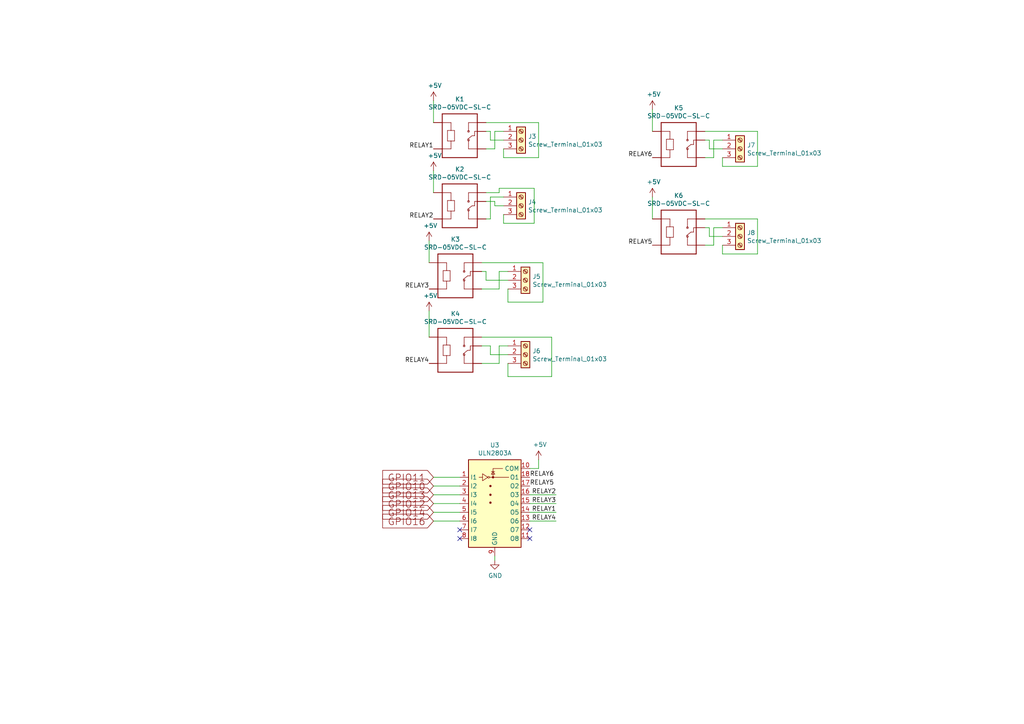
<source format=kicad_sch>
(kicad_sch (version 20211123) (generator eeschema)

  (uuid df016b71-e450-4b9d-aa52-1a0caa8eff13)

  (paper "A4")

  (title_block
    (title "RelayBlock")
    (rev "1.0")
  )

  (lib_symbols
    (symbol "Connector:Screw_Terminal_01x03" (pin_names (offset 1.016) hide) (in_bom yes) (on_board yes)
      (property "Reference" "J" (id 0) (at 0 5.08 0)
        (effects (font (size 1.27 1.27)))
      )
      (property "Value" "Screw_Terminal_01x03" (id 1) (at 0 -5.08 0)
        (effects (font (size 1.27 1.27)))
      )
      (property "Footprint" "" (id 2) (at 0 0 0)
        (effects (font (size 1.27 1.27)) hide)
      )
      (property "Datasheet" "~" (id 3) (at 0 0 0)
        (effects (font (size 1.27 1.27)) hide)
      )
      (property "ki_keywords" "screw terminal" (id 4) (at 0 0 0)
        (effects (font (size 1.27 1.27)) hide)
      )
      (property "ki_description" "Generic screw terminal, single row, 01x03, script generated (kicad-library-utils/schlib/autogen/connector/)" (id 5) (at 0 0 0)
        (effects (font (size 1.27 1.27)) hide)
      )
      (property "ki_fp_filters" "TerminalBlock*:*" (id 6) (at 0 0 0)
        (effects (font (size 1.27 1.27)) hide)
      )
      (symbol "Screw_Terminal_01x03_1_1"
        (rectangle (start -1.27 3.81) (end 1.27 -3.81)
          (stroke (width 0.254) (type default) (color 0 0 0 0))
          (fill (type background))
        )
        (circle (center 0 -2.54) (radius 0.635)
          (stroke (width 0.1524) (type default) (color 0 0 0 0))
          (fill (type none))
        )
        (polyline
          (pts
            (xy -0.5334 -2.2098)
            (xy 0.3302 -3.048)
          )
          (stroke (width 0.1524) (type default) (color 0 0 0 0))
          (fill (type none))
        )
        (polyline
          (pts
            (xy -0.5334 0.3302)
            (xy 0.3302 -0.508)
          )
          (stroke (width 0.1524) (type default) (color 0 0 0 0))
          (fill (type none))
        )
        (polyline
          (pts
            (xy -0.5334 2.8702)
            (xy 0.3302 2.032)
          )
          (stroke (width 0.1524) (type default) (color 0 0 0 0))
          (fill (type none))
        )
        (polyline
          (pts
            (xy -0.3556 -2.032)
            (xy 0.508 -2.8702)
          )
          (stroke (width 0.1524) (type default) (color 0 0 0 0))
          (fill (type none))
        )
        (polyline
          (pts
            (xy -0.3556 0.508)
            (xy 0.508 -0.3302)
          )
          (stroke (width 0.1524) (type default) (color 0 0 0 0))
          (fill (type none))
        )
        (polyline
          (pts
            (xy -0.3556 3.048)
            (xy 0.508 2.2098)
          )
          (stroke (width 0.1524) (type default) (color 0 0 0 0))
          (fill (type none))
        )
        (circle (center 0 0) (radius 0.635)
          (stroke (width 0.1524) (type default) (color 0 0 0 0))
          (fill (type none))
        )
        (circle (center 0 2.54) (radius 0.635)
          (stroke (width 0.1524) (type default) (color 0 0 0 0))
          (fill (type none))
        )
        (pin passive line (at -5.08 2.54 0) (length 3.81)
          (name "Pin_1" (effects (font (size 1.27 1.27))))
          (number "1" (effects (font (size 1.27 1.27))))
        )
        (pin passive line (at -5.08 0 0) (length 3.81)
          (name "Pin_2" (effects (font (size 1.27 1.27))))
          (number "2" (effects (font (size 1.27 1.27))))
        )
        (pin passive line (at -5.08 -2.54 0) (length 3.81)
          (name "Pin_3" (effects (font (size 1.27 1.27))))
          (number "3" (effects (font (size 1.27 1.27))))
        )
      )
    )
    (symbol "Transistor_Array:ULN2803A" (in_bom yes) (on_board yes)
      (property "Reference" "U" (id 0) (at 0 13.335 0)
        (effects (font (size 1.27 1.27)))
      )
      (property "Value" "ULN2803A" (id 1) (at 0 11.43 0)
        (effects (font (size 1.27 1.27)))
      )
      (property "Footprint" "" (id 2) (at 1.27 -16.51 0)
        (effects (font (size 1.27 1.27)) (justify left) hide)
      )
      (property "Datasheet" "http://www.ti.com/lit/ds/symlink/uln2803a.pdf" (id 3) (at 2.54 -5.08 0)
        (effects (font (size 1.27 1.27)) hide)
      )
      (property "ki_keywords" "Darlington transistor array" (id 4) (at 0 0 0)
        (effects (font (size 1.27 1.27)) hide)
      )
      (property "ki_description" "Darlington Transistor Arrays, SOIC18/DIP18" (id 5) (at 0 0 0)
        (effects (font (size 1.27 1.27)) hide)
      )
      (property "ki_fp_filters" "DIP*W7.62mm* SOIC*7.5x11.6mm*P1.27mm*" (id 6) (at 0 0 0)
        (effects (font (size 1.27 1.27)) hide)
      )
      (symbol "ULN2803A_0_1"
        (rectangle (start -7.62 -15.24) (end 7.62 10.16)
          (stroke (width 0.254) (type default) (color 0 0 0 0))
          (fill (type background))
        )
        (circle (center -1.778 5.08) (radius 0.254)
          (stroke (width 0) (type default) (color 0 0 0 0))
          (fill (type none))
        )
        (circle (center -1.27 -2.286) (radius 0.254)
          (stroke (width 0) (type default) (color 0 0 0 0))
          (fill (type outline))
        )
        (circle (center -1.27 0) (radius 0.254)
          (stroke (width 0) (type default) (color 0 0 0 0))
          (fill (type outline))
        )
        (circle (center -1.27 2.54) (radius 0.254)
          (stroke (width 0) (type default) (color 0 0 0 0))
          (fill (type outline))
        )
        (circle (center -0.508 5.08) (radius 0.254)
          (stroke (width 0) (type default) (color 0 0 0 0))
          (fill (type outline))
        )
        (polyline
          (pts
            (xy -4.572 5.08)
            (xy -3.556 5.08)
          )
          (stroke (width 0) (type default) (color 0 0 0 0))
          (fill (type none))
        )
        (polyline
          (pts
            (xy -1.524 5.08)
            (xy 4.064 5.08)
          )
          (stroke (width 0) (type default) (color 0 0 0 0))
          (fill (type none))
        )
        (polyline
          (pts
            (xy 0 6.731)
            (xy -1.016 6.731)
          )
          (stroke (width 0) (type default) (color 0 0 0 0))
          (fill (type none))
        )
        (polyline
          (pts
            (xy -0.508 5.08)
            (xy -0.508 7.62)
            (xy 2.286 7.62)
          )
          (stroke (width 0) (type default) (color 0 0 0 0))
          (fill (type none))
        )
        (polyline
          (pts
            (xy -3.556 6.096)
            (xy -3.556 4.064)
            (xy -2.032 5.08)
            (xy -3.556 6.096)
          )
          (stroke (width 0) (type default) (color 0 0 0 0))
          (fill (type none))
        )
        (polyline
          (pts
            (xy 0 5.969)
            (xy -1.016 5.969)
            (xy -0.508 6.731)
            (xy 0 5.969)
          )
          (stroke (width 0) (type default) (color 0 0 0 0))
          (fill (type none))
        )
      )
      (symbol "ULN2803A_1_1"
        (pin input line (at -10.16 5.08 0) (length 2.54)
          (name "I1" (effects (font (size 1.27 1.27))))
          (number "1" (effects (font (size 1.27 1.27))))
        )
        (pin passive line (at 10.16 7.62 180) (length 2.54)
          (name "COM" (effects (font (size 1.27 1.27))))
          (number "10" (effects (font (size 1.27 1.27))))
        )
        (pin open_collector line (at 10.16 -12.7 180) (length 2.54)
          (name "O8" (effects (font (size 1.27 1.27))))
          (number "11" (effects (font (size 1.27 1.27))))
        )
        (pin open_collector line (at 10.16 -10.16 180) (length 2.54)
          (name "O7" (effects (font (size 1.27 1.27))))
          (number "12" (effects (font (size 1.27 1.27))))
        )
        (pin open_collector line (at 10.16 -7.62 180) (length 2.54)
          (name "O6" (effects (font (size 1.27 1.27))))
          (number "13" (effects (font (size 1.27 1.27))))
        )
        (pin open_collector line (at 10.16 -5.08 180) (length 2.54)
          (name "O5" (effects (font (size 1.27 1.27))))
          (number "14" (effects (font (size 1.27 1.27))))
        )
        (pin open_collector line (at 10.16 -2.54 180) (length 2.54)
          (name "O4" (effects (font (size 1.27 1.27))))
          (number "15" (effects (font (size 1.27 1.27))))
        )
        (pin open_collector line (at 10.16 0 180) (length 2.54)
          (name "O3" (effects (font (size 1.27 1.27))))
          (number "16" (effects (font (size 1.27 1.27))))
        )
        (pin open_collector line (at 10.16 2.54 180) (length 2.54)
          (name "O2" (effects (font (size 1.27 1.27))))
          (number "17" (effects (font (size 1.27 1.27))))
        )
        (pin open_collector line (at 10.16 5.08 180) (length 2.54)
          (name "O1" (effects (font (size 1.27 1.27))))
          (number "18" (effects (font (size 1.27 1.27))))
        )
        (pin input line (at -10.16 2.54 0) (length 2.54)
          (name "I2" (effects (font (size 1.27 1.27))))
          (number "2" (effects (font (size 1.27 1.27))))
        )
        (pin input line (at -10.16 0 0) (length 2.54)
          (name "I3" (effects (font (size 1.27 1.27))))
          (number "3" (effects (font (size 1.27 1.27))))
        )
        (pin input line (at -10.16 -2.54 0) (length 2.54)
          (name "I4" (effects (font (size 1.27 1.27))))
          (number "4" (effects (font (size 1.27 1.27))))
        )
        (pin input line (at -10.16 -5.08 0) (length 2.54)
          (name "I5" (effects (font (size 1.27 1.27))))
          (number "5" (effects (font (size 1.27 1.27))))
        )
        (pin input line (at -10.16 -7.62 0) (length 2.54)
          (name "I6" (effects (font (size 1.27 1.27))))
          (number "6" (effects (font (size 1.27 1.27))))
        )
        (pin input line (at -10.16 -10.16 0) (length 2.54)
          (name "I7" (effects (font (size 1.27 1.27))))
          (number "7" (effects (font (size 1.27 1.27))))
        )
        (pin input line (at -10.16 -12.7 0) (length 2.54)
          (name "I8" (effects (font (size 1.27 1.27))))
          (number "8" (effects (font (size 1.27 1.27))))
        )
        (pin power_in line (at 0 -17.78 90) (length 2.54)
          (name "GND" (effects (font (size 1.27 1.27))))
          (number "9" (effects (font (size 1.27 1.27))))
        )
      )
    )
    (symbol "iot-master-rescue:SRD-05VDC-SL-C-SRD-05VDC-SL-C" (pin_numbers hide) (pin_names (offset 1.016) hide) (in_bom yes) (on_board yes)
      (property "Reference" "K" (id 0) (at -5.08 5.842 0)
        (effects (font (size 1.27 1.27)) (justify left bottom))
      )
      (property "Value" "SRD-05VDC-SL-C-SRD-05VDC-SL-C" (id 1) (at -5.08 -10.16 0)
        (effects (font (size 1.27 1.27)) (justify left bottom))
      )
      (property "Footprint" "RELAY_SRD-05VDC-SL-C" (id 2) (at 0 0 0)
        (effects (font (size 1.27 1.27)) (justify left bottom) hide)
      )
      (property "Datasheet" "" (id 3) (at 0 0 0)
        (effects (font (size 1.27 1.27)) (justify left bottom) hide)
      )
      (property "STANDARD" "IPC-7251" (id 4) (at 0 0 0)
        (effects (font (size 1.27 1.27)) (justify left bottom) hide)
      )
      (property "MANUFACTURER" "SONGLE RELAY" (id 5) (at 0 0 0)
        (effects (font (size 1.27 1.27)) (justify left bottom) hide)
      )
      (property "ki_locked" "" (id 6) (at 0 0 0)
        (effects (font (size 1.27 1.27)))
      )
      (symbol "SRD-05VDC-SL-C-SRD-05VDC-SL-C_0_0"
        (polyline
          (pts
            (xy -5.08 -7.62)
            (xy -5.08 5.08)
          )
          (stroke (width 0.254) (type default) (color 0 0 0 0))
          (fill (type none))
        )
        (polyline
          (pts
            (xy -5.08 2.54)
            (xy -2.54 2.54)
          )
          (stroke (width 0.1524) (type default) (color 0 0 0 0))
          (fill (type none))
        )
        (polyline
          (pts
            (xy -5.08 5.08)
            (xy 5.08 5.08)
          )
          (stroke (width 0.254) (type default) (color 0 0 0 0))
          (fill (type none))
        )
        (polyline
          (pts
            (xy -3.556 -2.794)
            (xy -2.54 -2.794)
          )
          (stroke (width 0.1524) (type default) (color 0 0 0 0))
          (fill (type none))
        )
        (polyline
          (pts
            (xy -3.556 0.254)
            (xy -3.556 -2.794)
          )
          (stroke (width 0.1524) (type default) (color 0 0 0 0))
          (fill (type none))
        )
        (polyline
          (pts
            (xy -2.54 -5.08)
            (xy -5.08 -5.08)
          )
          (stroke (width 0.1524) (type default) (color 0 0 0 0))
          (fill (type none))
        )
        (polyline
          (pts
            (xy -2.54 -2.794)
            (xy -2.54 -5.08)
          )
          (stroke (width 0.1524) (type default) (color 0 0 0 0))
          (fill (type none))
        )
        (polyline
          (pts
            (xy -2.54 -2.794)
            (xy -1.524 -2.794)
          )
          (stroke (width 0.1524) (type default) (color 0 0 0 0))
          (fill (type none))
        )
        (polyline
          (pts
            (xy -2.54 0.254)
            (xy -3.556 0.254)
          )
          (stroke (width 0.1524) (type default) (color 0 0 0 0))
          (fill (type none))
        )
        (polyline
          (pts
            (xy -2.54 2.54)
            (xy -2.54 0.254)
          )
          (stroke (width 0.1524) (type default) (color 0 0 0 0))
          (fill (type none))
        )
        (polyline
          (pts
            (xy -1.524 -2.794)
            (xy -1.524 0.254)
          )
          (stroke (width 0.1524) (type default) (color 0 0 0 0))
          (fill (type none))
        )
        (polyline
          (pts
            (xy -1.524 0.254)
            (xy -2.54 0.254)
          )
          (stroke (width 0.1524) (type default) (color 0 0 0 0))
          (fill (type none))
        )
        (polyline
          (pts
            (xy 2.54 -5.08)
            (xy 5.08 -5.08)
          )
          (stroke (width 0.1524) (type default) (color 0 0 0 0))
          (fill (type none))
        )
        (polyline
          (pts
            (xy 2.54 -2.54)
            (xy 2.54 -5.08)
          )
          (stroke (width 0.1524) (type default) (color 0 0 0 0))
          (fill (type none))
        )
        (polyline
          (pts
            (xy 2.54 2.54)
            (xy 2.54 0)
          )
          (stroke (width 0.1524) (type default) (color 0 0 0 0))
          (fill (type none))
        )
        (polyline
          (pts
            (xy 3.556 -1.27)
            (xy 2.286 -2.286)
          )
          (stroke (width 0.1524) (type default) (color 0 0 0 0))
          (fill (type none))
        )
        (polyline
          (pts
            (xy 3.556 -1.27)
            (xy 4.318 -1.27)
          )
          (stroke (width 0.1524) (type default) (color 0 0 0 0))
          (fill (type none))
        )
        (polyline
          (pts
            (xy 4.318 -1.27)
            (xy 4.318 0)
          )
          (stroke (width 0.1524) (type default) (color 0 0 0 0))
          (fill (type none))
        )
        (polyline
          (pts
            (xy 4.318 0)
            (xy 5.08 0)
          )
          (stroke (width 0.1524) (type default) (color 0 0 0 0))
          (fill (type none))
        )
        (polyline
          (pts
            (xy 5.08 -7.62)
            (xy -5.08 -7.62)
          )
          (stroke (width 0.254) (type default) (color 0 0 0 0))
          (fill (type none))
        )
        (polyline
          (pts
            (xy 5.08 0)
            (xy 5.08 -7.62)
          )
          (stroke (width 0.254) (type default) (color 0 0 0 0))
          (fill (type none))
        )
        (polyline
          (pts
            (xy 5.08 2.54)
            (xy 2.54 2.54)
          )
          (stroke (width 0.1524) (type default) (color 0 0 0 0))
          (fill (type none))
        )
        (polyline
          (pts
            (xy 5.08 5.08)
            (xy 5.08 0)
          )
          (stroke (width 0.254) (type default) (color 0 0 0 0))
          (fill (type none))
        )
        (circle (center 2.54 -2.54) (radius 0.254)
          (stroke (width 0.1524) (type default) (color 0 0 0 0))
          (fill (type none))
        )
        (circle (center 2.54 0) (radius 0.254)
          (stroke (width 0.1524) (type default) (color 0 0 0 0))
          (fill (type none))
        )
        (pin passive line (at -7.62 2.54 0) (length 2.54)
          (name "~" (effects (font (size 1.016 1.016))))
          (number "A1" (effects (font (size 1.016 1.016))))
        )
        (pin passive line (at -7.62 -5.08 0) (length 2.54)
          (name "~" (effects (font (size 1.016 1.016))))
          (number "A2" (effects (font (size 1.016 1.016))))
        )
        (pin passive line (at 7.62 0 180) (length 2.54)
          (name "~" (effects (font (size 1.016 1.016))))
          (number "COM" (effects (font (size 1.016 1.016))))
        )
        (pin passive line (at 7.62 -5.08 180) (length 2.54)
          (name "~" (effects (font (size 1.016 1.016))))
          (number "NC" (effects (font (size 1.016 1.016))))
        )
        (pin passive line (at 7.62 2.54 180) (length 2.54)
          (name "~" (effects (font (size 1.016 1.016))))
          (number "NO" (effects (font (size 1.016 1.016))))
        )
      )
    )
    (symbol "power:+5V" (power) (pin_names (offset 0)) (in_bom yes) (on_board yes)
      (property "Reference" "#PWR" (id 0) (at 0 -3.81 0)
        (effects (font (size 1.27 1.27)) hide)
      )
      (property "Value" "+5V" (id 1) (at 0 3.556 0)
        (effects (font (size 1.27 1.27)))
      )
      (property "Footprint" "" (id 2) (at 0 0 0)
        (effects (font (size 1.27 1.27)) hide)
      )
      (property "Datasheet" "" (id 3) (at 0 0 0)
        (effects (font (size 1.27 1.27)) hide)
      )
      (property "ki_keywords" "power-flag" (id 4) (at 0 0 0)
        (effects (font (size 1.27 1.27)) hide)
      )
      (property "ki_description" "Power symbol creates a global label with name \"+5V\"" (id 5) (at 0 0 0)
        (effects (font (size 1.27 1.27)) hide)
      )
      (symbol "+5V_0_1"
        (polyline
          (pts
            (xy -0.762 1.27)
            (xy 0 2.54)
          )
          (stroke (width 0) (type default) (color 0 0 0 0))
          (fill (type none))
        )
        (polyline
          (pts
            (xy 0 0)
            (xy 0 2.54)
          )
          (stroke (width 0) (type default) (color 0 0 0 0))
          (fill (type none))
        )
        (polyline
          (pts
            (xy 0 2.54)
            (xy 0.762 1.27)
          )
          (stroke (width 0) (type default) (color 0 0 0 0))
          (fill (type none))
        )
      )
      (symbol "+5V_1_1"
        (pin power_in line (at 0 0 90) (length 0) hide
          (name "+5V" (effects (font (size 1.27 1.27))))
          (number "1" (effects (font (size 1.27 1.27))))
        )
      )
    )
    (symbol "power:GND" (power) (pin_names (offset 0)) (in_bom yes) (on_board yes)
      (property "Reference" "#PWR" (id 0) (at 0 -6.35 0)
        (effects (font (size 1.27 1.27)) hide)
      )
      (property "Value" "GND" (id 1) (at 0 -3.81 0)
        (effects (font (size 1.27 1.27)))
      )
      (property "Footprint" "" (id 2) (at 0 0 0)
        (effects (font (size 1.27 1.27)) hide)
      )
      (property "Datasheet" "" (id 3) (at 0 0 0)
        (effects (font (size 1.27 1.27)) hide)
      )
      (property "ki_keywords" "power-flag" (id 4) (at 0 0 0)
        (effects (font (size 1.27 1.27)) hide)
      )
      (property "ki_description" "Power symbol creates a global label with name \"GND\" , ground" (id 5) (at 0 0 0)
        (effects (font (size 1.27 1.27)) hide)
      )
      (symbol "GND_0_1"
        (polyline
          (pts
            (xy 0 0)
            (xy 0 -1.27)
            (xy 1.27 -1.27)
            (xy 0 -2.54)
            (xy -1.27 -1.27)
            (xy 0 -1.27)
          )
          (stroke (width 0) (type default) (color 0 0 0 0))
          (fill (type none))
        )
      )
      (symbol "GND_1_1"
        (pin power_in line (at 0 0 270) (length 0) hide
          (name "GND" (effects (font (size 1.27 1.27))))
          (number "1" (effects (font (size 1.27 1.27))))
        )
      )
    )
  )


  (no_connect (at 153.67 153.67) (uuid 14538ef3-65ff-4208-8ca7-8aa3d2109442))
  (no_connect (at 153.67 156.21) (uuid 76f35ca4-9fc0-4fac-b842-0bff297c157e))
  (no_connect (at 133.35 156.21) (uuid a7142df4-25e0-4707-a269-c331ea33ddb2))
  (no_connect (at 133.35 153.67) (uuid cd5e6069-933a-4179-a0a3-99286dab5c23))

  (wire (pts (xy 143.51 43.18) (xy 140.97 43.18))
    (stroke (width 0) (type default) (color 0 0 0 0))
    (uuid 07415a86-f043-4f31-9a55-d9bd1c4ffb33)
  )
  (wire (pts (xy 142.24 63.5) (xy 140.97 63.5))
    (stroke (width 0) (type default) (color 0 0 0 0))
    (uuid 08baec34-c6a6-4927-941f-b2a0a1e9d4aa)
  )
  (wire (pts (xy 139.7 100.33) (xy 142.24 100.33))
    (stroke (width 0) (type default) (color 0 0 0 0))
    (uuid 09372b8b-8299-43bc-881a-1dbf8047dd9a)
  )
  (wire (pts (xy 156.21 45.72) (xy 146.05 45.72))
    (stroke (width 0) (type default) (color 0 0 0 0))
    (uuid 0ab4fa92-0bfa-4d68-8b4c-94332d32dc2c)
  )
  (wire (pts (xy 156.21 133.35) (xy 156.21 135.89))
    (stroke (width 0) (type default) (color 0 0 0 0))
    (uuid 0fe8c9d2-c9e5-467e-89a3-67cebfe864bf)
  )
  (wire (pts (xy 133.35 148.59) (xy 125.73 148.59))
    (stroke (width 0) (type default) (color 0 0 0 0))
    (uuid 12c8d1de-cb9f-48fc-85de-fb08b77a23d4)
  )
  (wire (pts (xy 204.47 66.04) (xy 205.74 66.04))
    (stroke (width 0) (type default) (color 0 0 0 0))
    (uuid 13543265-3198-4020-953f-54e875b370a9)
  )
  (wire (pts (xy 139.7 97.79) (xy 160.02 97.79))
    (stroke (width 0) (type default) (color 0 0 0 0))
    (uuid 145ef1eb-aa9a-450e-b3f9-02abb211c62a)
  )
  (wire (pts (xy 156.21 135.89) (xy 153.67 135.89))
    (stroke (width 0) (type default) (color 0 0 0 0))
    (uuid 18c6923f-c895-4ee9-b2b9-1de1752b92da)
  )
  (wire (pts (xy 143.51 59.69) (xy 146.05 59.69))
    (stroke (width 0) (type default) (color 0 0 0 0))
    (uuid 1b6611a6-f49d-46a9-a27c-e6f19ae8c38e)
  )
  (wire (pts (xy 161.29 146.05) (xy 153.67 146.05))
    (stroke (width 0) (type default) (color 0 0 0 0))
    (uuid 2234b9de-f696-4dca-be22-4c9d2d7705c9)
  )
  (wire (pts (xy 207.01 45.72) (xy 204.47 45.72))
    (stroke (width 0) (type default) (color 0 0 0 0))
    (uuid 25f4f437-44d2-4a59-a12e-79da95a7f096)
  )
  (wire (pts (xy 219.71 38.1) (xy 219.71 48.26))
    (stroke (width 0) (type default) (color 0 0 0 0))
    (uuid 28e85252-53af-4c52-b7f9-1b2af4fe8ee3)
  )
  (wire (pts (xy 219.71 73.66) (xy 209.55 73.66))
    (stroke (width 0) (type default) (color 0 0 0 0))
    (uuid 2acbc18a-c15a-4235-91c9-daa5cedff55a)
  )
  (wire (pts (xy 142.24 102.87) (xy 147.32 102.87))
    (stroke (width 0) (type default) (color 0 0 0 0))
    (uuid 2c44132a-2b08-467b-87e5-f83ce08d1702)
  )
  (wire (pts (xy 147.32 78.74) (xy 144.78 78.74))
    (stroke (width 0) (type default) (color 0 0 0 0))
    (uuid 2f146be5-9415-4176-a233-64feb083eef4)
  )
  (wire (pts (xy 147.32 100.33) (xy 144.78 100.33))
    (stroke (width 0) (type default) (color 0 0 0 0))
    (uuid 2f2ee708-a98d-4440-ad02-f25a5558f292)
  )
  (wire (pts (xy 140.97 81.28) (xy 147.32 81.28))
    (stroke (width 0) (type default) (color 0 0 0 0))
    (uuid 32822862-4f32-422d-9159-8856ac28b886)
  )
  (wire (pts (xy 146.05 38.1) (xy 143.51 38.1))
    (stroke (width 0) (type default) (color 0 0 0 0))
    (uuid 33466f98-7d81-40f4-b94d-0a5ccb05e989)
  )
  (wire (pts (xy 153.67 148.59) (xy 161.29 148.59))
    (stroke (width 0) (type default) (color 0 0 0 0))
    (uuid 3417a4e3-71bc-4f66-882b-d5785165cf32)
  )
  (wire (pts (xy 204.47 40.64) (xy 205.74 40.64))
    (stroke (width 0) (type default) (color 0 0 0 0))
    (uuid 3674242f-cc89-40eb-93be-13df5160e695)
  )
  (wire (pts (xy 124.46 76.2) (xy 124.46 69.85))
    (stroke (width 0) (type default) (color 0 0 0 0))
    (uuid 3731f0f3-9151-43ff-b37b-55a2105dc1cf)
  )
  (wire (pts (xy 154.94 54.61) (xy 154.94 64.77))
    (stroke (width 0) (type default) (color 0 0 0 0))
    (uuid 37f28042-373c-4ca8-9f95-f026810e03ca)
  )
  (wire (pts (xy 144.78 83.82) (xy 139.7 83.82))
    (stroke (width 0) (type default) (color 0 0 0 0))
    (uuid 3a35091c-c605-43fc-bca0-e46e98d9859e)
  )
  (wire (pts (xy 140.97 78.74) (xy 140.97 81.28))
    (stroke (width 0) (type default) (color 0 0 0 0))
    (uuid 3a6a2aa7-d463-4bb7-ab89-d32500b0eb46)
  )
  (wire (pts (xy 124.46 97.79) (xy 124.46 90.17))
    (stroke (width 0) (type default) (color 0 0 0 0))
    (uuid 424b7720-45e5-435c-89a3-a6b0d2d374d9)
  )
  (wire (pts (xy 143.51 38.1) (xy 143.51 43.18))
    (stroke (width 0) (type default) (color 0 0 0 0))
    (uuid 42de21d9-5f2a-440c-972d-7e834226a5e6)
  )
  (wire (pts (xy 142.24 57.15) (xy 142.24 63.5))
    (stroke (width 0) (type default) (color 0 0 0 0))
    (uuid 52aa17ee-dce7-4116-b026-1b02e5d5f154)
  )
  (wire (pts (xy 189.23 38.1) (xy 189.23 31.75))
    (stroke (width 0) (type default) (color 0 0 0 0))
    (uuid 5677109f-0e48-4eb6-abb3-0f37c1dbf54e)
  )
  (wire (pts (xy 140.97 35.56) (xy 156.21 35.56))
    (stroke (width 0) (type default) (color 0 0 0 0))
    (uuid 5c37bb98-7f64-4110-b7a5-a270b0dba48e)
  )
  (wire (pts (xy 160.02 109.22) (xy 147.32 109.22))
    (stroke (width 0) (type default) (color 0 0 0 0))
    (uuid 5e75943a-bd9c-44e7-82e8-99f2c7a4f7e1)
  )
  (wire (pts (xy 133.35 140.97) (xy 125.73 140.97))
    (stroke (width 0) (type default) (color 0 0 0 0))
    (uuid 5fb8e3ad-387f-4c63-8650-7caa9d43c100)
  )
  (wire (pts (xy 139.7 76.2) (xy 157.48 76.2))
    (stroke (width 0) (type default) (color 0 0 0 0))
    (uuid 601b8e93-63c5-4b82-a549-faefcaf7d1e4)
  )
  (wire (pts (xy 147.32 87.63) (xy 147.32 83.82))
    (stroke (width 0) (type default) (color 0 0 0 0))
    (uuid 60af38a9-d465-4b04-a769-e7245cd845ec)
  )
  (wire (pts (xy 139.7 78.74) (xy 140.97 78.74))
    (stroke (width 0) (type default) (color 0 0 0 0))
    (uuid 61c40c45-203f-410c-953e-b42e6cb8204b)
  )
  (wire (pts (xy 205.74 43.18) (xy 209.55 43.18))
    (stroke (width 0) (type default) (color 0 0 0 0))
    (uuid 620121c2-4334-4625-8fca-e00c12ef1f4b)
  )
  (wire (pts (xy 160.02 97.79) (xy 160.02 109.22))
    (stroke (width 0) (type default) (color 0 0 0 0))
    (uuid 6660738d-6286-48a6-bddb-db92cd806eb6)
  )
  (wire (pts (xy 133.35 151.13) (xy 125.73 151.13))
    (stroke (width 0) (type default) (color 0 0 0 0))
    (uuid 6fc55dcf-286e-4210-b483-599e62d19315)
  )
  (wire (pts (xy 204.47 63.5) (xy 219.71 63.5))
    (stroke (width 0) (type default) (color 0 0 0 0))
    (uuid 7860649b-4063-4c89-8c12-e52c9ca39f6e)
  )
  (wire (pts (xy 125.73 55.88) (xy 125.73 49.53))
    (stroke (width 0) (type default) (color 0 0 0 0))
    (uuid 79623afb-a3ef-47b8-ad9b-54ceab7e47fe)
  )
  (wire (pts (xy 204.47 38.1) (xy 219.71 38.1))
    (stroke (width 0) (type default) (color 0 0 0 0))
    (uuid 7a086734-2e4f-44ee-a6b7-7812be1c4ea2)
  )
  (wire (pts (xy 143.51 58.42) (xy 143.51 59.69))
    (stroke (width 0) (type default) (color 0 0 0 0))
    (uuid 7b777090-16e7-474a-a086-85e0c67f5ce5)
  )
  (wire (pts (xy 153.67 143.51) (xy 161.29 143.51))
    (stroke (width 0) (type default) (color 0 0 0 0))
    (uuid 7c36dccb-fa27-42d2-9c1a-8629da152807)
  )
  (wire (pts (xy 205.74 40.64) (xy 205.74 43.18))
    (stroke (width 0) (type default) (color 0 0 0 0))
    (uuid 8136750e-4317-405e-84b8-655c1022f012)
  )
  (wire (pts (xy 147.32 109.22) (xy 147.32 105.41))
    (stroke (width 0) (type default) (color 0 0 0 0))
    (uuid 83bd92f3-879c-476b-ba12-fe7142fe0994)
  )
  (wire (pts (xy 157.48 76.2) (xy 157.48 87.63))
    (stroke (width 0) (type default) (color 0 0 0 0))
    (uuid 8ae1a872-fd07-4b60-b85f-f29c7fc0cbe4)
  )
  (wire (pts (xy 140.97 55.88) (xy 144.78 55.88))
    (stroke (width 0) (type default) (color 0 0 0 0))
    (uuid 8f6c7596-e5f9-4910-9d71-cdee5e0cdf1c)
  )
  (wire (pts (xy 209.55 48.26) (xy 209.55 45.72))
    (stroke (width 0) (type default) (color 0 0 0 0))
    (uuid 8ff988ed-0e1c-45c8-869a-1110cbb94d05)
  )
  (wire (pts (xy 140.97 38.1) (xy 142.24 38.1))
    (stroke (width 0) (type default) (color 0 0 0 0))
    (uuid 91729882-ef24-4948-ae6e-53f5c0dd6836)
  )
  (wire (pts (xy 157.48 87.63) (xy 147.32 87.63))
    (stroke (width 0) (type default) (color 0 0 0 0))
    (uuid 9590b98a-30f5-4f3b-b317-acd24d873585)
  )
  (wire (pts (xy 156.21 35.56) (xy 156.21 45.72))
    (stroke (width 0) (type default) (color 0 0 0 0))
    (uuid 963da1c0-c55f-4745-8ccd-2a2b5a18603e)
  )
  (wire (pts (xy 133.35 146.05) (xy 125.73 146.05))
    (stroke (width 0) (type default) (color 0 0 0 0))
    (uuid 9d88649a-330d-4f9a-9749-7857b88a04e3)
  )
  (wire (pts (xy 140.97 58.42) (xy 143.51 58.42))
    (stroke (width 0) (type default) (color 0 0 0 0))
    (uuid a1a10127-b646-46e5-85ff-f29ad51c542f)
  )
  (wire (pts (xy 144.78 55.88) (xy 144.78 54.61))
    (stroke (width 0) (type default) (color 0 0 0 0))
    (uuid aca612a1-dae4-4044-ba9b-be7a6135a24e)
  )
  (wire (pts (xy 144.78 100.33) (xy 144.78 105.41))
    (stroke (width 0) (type default) (color 0 0 0 0))
    (uuid b37134b1-c57b-4433-bc5f-fb93ef2ce8b2)
  )
  (wire (pts (xy 207.01 66.04) (xy 207.01 71.12))
    (stroke (width 0) (type default) (color 0 0 0 0))
    (uuid b55f59f8-175b-44f9-b104-0809303d2276)
  )
  (wire (pts (xy 142.24 40.64) (xy 146.05 40.64))
    (stroke (width 0) (type default) (color 0 0 0 0))
    (uuid b99362e2-98c5-4e4a-aca9-94167230d02e)
  )
  (wire (pts (xy 144.78 78.74) (xy 144.78 83.82))
    (stroke (width 0) (type default) (color 0 0 0 0))
    (uuid c1eaf709-d08c-4ec9-b403-67274ca50a70)
  )
  (wire (pts (xy 161.29 151.13) (xy 153.67 151.13))
    (stroke (width 0) (type default) (color 0 0 0 0))
    (uuid c2a2eaa9-c079-4072-91be-ffd02adc223d)
  )
  (wire (pts (xy 146.05 64.77) (xy 146.05 62.23))
    (stroke (width 0) (type default) (color 0 0 0 0))
    (uuid c36c8c61-fc67-425c-9af4-84c82631ca1f)
  )
  (wire (pts (xy 219.71 63.5) (xy 219.71 73.66))
    (stroke (width 0) (type default) (color 0 0 0 0))
    (uuid c460cd63-c9a3-44a5-be0e-040394de9d52)
  )
  (wire (pts (xy 143.51 161.29) (xy 143.51 162.56))
    (stroke (width 0) (type default) (color 0 0 0 0))
    (uuid c4d5e4a5-cbc9-4c8b-affb-c26b0b918f08)
  )
  (wire (pts (xy 154.94 64.77) (xy 146.05 64.77))
    (stroke (width 0) (type default) (color 0 0 0 0))
    (uuid c7d35098-1194-43cc-aa8b-69471c732d82)
  )
  (wire (pts (xy 209.55 40.64) (xy 207.01 40.64))
    (stroke (width 0) (type default) (color 0 0 0 0))
    (uuid ccf1442f-6b13-4292-8698-e9ca3435ffe3)
  )
  (wire (pts (xy 142.24 38.1) (xy 142.24 40.64))
    (stroke (width 0) (type default) (color 0 0 0 0))
    (uuid cf3c0de0-396e-4af4-b41f-7dd6ac4d528d)
  )
  (wire (pts (xy 125.73 35.56) (xy 125.73 29.21))
    (stroke (width 0) (type default) (color 0 0 0 0))
    (uuid cf8364f6-956d-494f-8c38-2b1a1af1be2d)
  )
  (wire (pts (xy 133.35 143.51) (xy 125.73 143.51))
    (stroke (width 0) (type default) (color 0 0 0 0))
    (uuid d1d683a1-2963-4055-8a08-d16a8e3aaed9)
  )
  (wire (pts (xy 205.74 68.58) (xy 209.55 68.58))
    (stroke (width 0) (type default) (color 0 0 0 0))
    (uuid d7b4b503-0967-4a0d-811a-650d76f5fcc5)
  )
  (wire (pts (xy 205.74 66.04) (xy 205.74 68.58))
    (stroke (width 0) (type default) (color 0 0 0 0))
    (uuid dcd0fec9-901c-46eb-90d6-dd5fca35932c)
  )
  (wire (pts (xy 209.55 73.66) (xy 209.55 71.12))
    (stroke (width 0) (type default) (color 0 0 0 0))
    (uuid dd878b5e-01e9-4d1a-b10e-7696a76947c5)
  )
  (wire (pts (xy 144.78 105.41) (xy 139.7 105.41))
    (stroke (width 0) (type default) (color 0 0 0 0))
    (uuid deb3c8a5-5578-444b-ad6c-3267449c9802)
  )
  (wire (pts (xy 207.01 40.64) (xy 207.01 45.72))
    (stroke (width 0) (type default) (color 0 0 0 0))
    (uuid e302d04a-b30d-45cd-886c-ad48b189d606)
  )
  (wire (pts (xy 133.35 138.43) (xy 125.73 138.43))
    (stroke (width 0) (type default) (color 0 0 0 0))
    (uuid e5bf44be-d57b-4c48-a56c-2ffd1cc91a38)
  )
  (wire (pts (xy 146.05 45.72) (xy 146.05 43.18))
    (stroke (width 0) (type default) (color 0 0 0 0))
    (uuid e69971f4-e4f3-4461-9ab3-3e5589f6845d)
  )
  (wire (pts (xy 209.55 66.04) (xy 207.01 66.04))
    (stroke (width 0) (type default) (color 0 0 0 0))
    (uuid e7fdb4d3-b300-4cdd-9586-e2abcbc05527)
  )
  (wire (pts (xy 207.01 71.12) (xy 204.47 71.12))
    (stroke (width 0) (type default) (color 0 0 0 0))
    (uuid ebef2ed0-38c1-490b-b038-b08a319c8bea)
  )
  (wire (pts (xy 189.23 63.5) (xy 189.23 57.15))
    (stroke (width 0) (type default) (color 0 0 0 0))
    (uuid f0bcfd3b-7fbf-4363-9f95-015b0370559d)
  )
  (wire (pts (xy 146.05 57.15) (xy 142.24 57.15))
    (stroke (width 0) (type default) (color 0 0 0 0))
    (uuid f719d547-0cea-40db-9608-5a45ba5158ef)
  )
  (wire (pts (xy 219.71 48.26) (xy 209.55 48.26))
    (stroke (width 0) (type default) (color 0 0 0 0))
    (uuid f8dac332-673d-459c-b278-c3655fc1bec4)
  )
  (wire (pts (xy 142.24 100.33) (xy 142.24 102.87))
    (stroke (width 0) (type default) (color 0 0 0 0))
    (uuid fa19d36b-b9c2-4846-9c4b-dc01b2785d51)
  )
  (wire (pts (xy 144.78 54.61) (xy 154.94 54.61))
    (stroke (width 0) (type default) (color 0 0 0 0))
    (uuid feefacb4-8be3-4c8a-85bc-2c1fc8b5a862)
  )

  (label "RELAY3" (at 161.29 146.05 180)
    (effects (font (size 1.27 1.27)) (justify right bottom))
    (uuid 0ab28375-8606-43fa-8c13-34422d14ce1e)
  )
  (label "RELAY1" (at 161.29 148.59 180)
    (effects (font (size 1.27 1.27)) (justify right bottom))
    (uuid 0eacc72b-c393-43f2-92ff-8d14df013894)
  )
  (label "RELAY2" (at 161.29 143.51 180)
    (effects (font (size 1.27 1.27)) (justify right bottom))
    (uuid 25337adf-5fbc-44f9-87ae-9bba4ba43da6)
  )
  (label "RELAY1" (at 125.73 43.18 180)
    (effects (font (size 1.27 1.27)) (justify right bottom))
    (uuid 2b23e0fe-4351-4a7e-9fc9-965e8e7bdd50)
  )
  (label "RELAY4" (at 124.46 105.41 180)
    (effects (font (size 1.27 1.27)) (justify right bottom))
    (uuid 3859a4b0-90a8-4ba2-8cba-3f2d41782931)
  )
  (label "RELAY2" (at 125.73 63.5 180)
    (effects (font (size 1.27 1.27)) (justify right bottom))
    (uuid 411a1221-cc80-4953-982c-975bfb7ed113)
  )
  (label "RELAY6" (at 153.67 138.43 0)
    (effects (font (size 1.27 1.27)) (justify left bottom))
    (uuid 442beed0-91c3-48ee-aa81-2b768c0fe0b4)
  )
  (label "RELAY5" (at 153.67 140.97 0)
    (effects (font (size 1.27 1.27)) (justify left bottom))
    (uuid 72775b52-fa8a-4c82-ad57-9bb47a74ac05)
  )
  (label "RELAY3" (at 124.46 83.82 180)
    (effects (font (size 1.27 1.27)) (justify right bottom))
    (uuid 940e29f6-67a3-413e-8d83-cdb093b5d3b0)
  )
  (label "RELAY6" (at 189.23 45.72 180)
    (effects (font (size 1.27 1.27)) (justify right bottom))
    (uuid af18a5d8-2634-4f25-8ce5-bb11b539c2b1)
  )
  (label "RELAY4" (at 161.29 151.13 180)
    (effects (font (size 1.27 1.27)) (justify right bottom))
    (uuid d445c0dd-9657-456b-a0f2-575b7d61e63b)
  )
  (label "RELAY5" (at 189.23 71.12 180)
    (effects (font (size 1.27 1.27)) (justify right bottom))
    (uuid efad2fa5-d4c6-41b9-a008-5663c439cd68)
  )

  (global_label "GPIO13" (shape input) (at 125.73 143.51 180) (fields_autoplaced)
    (effects (font (size 2.0066 2.0066)) (justify right))
    (uuid 18fbad9a-b8dc-4152-915a-65e5714f8c73)
    (property "Intersheet References" "${INTERSHEET_REFS}" (id 0) (at 0 0 0)
      (effects (font (size 1.27 1.27)) hide)
    )
  )
  (global_label "GPIO14" (shape input) (at 125.73 148.59 180) (fields_autoplaced)
    (effects (font (size 2.0066 2.0066)) (justify right))
    (uuid 1dad49f8-ed2e-45bc-ad43-88605a59e47b)
    (property "Intersheet References" "${INTERSHEET_REFS}" (id 0) (at 0 0 0)
      (effects (font (size 1.27 1.27)) hide)
    )
  )
  (global_label "GPIO16" (shape input) (at 125.73 151.13 180) (fields_autoplaced)
    (effects (font (size 2.0066 2.0066)) (justify right))
    (uuid 46bf824f-86ec-4ad0-abb5-4677002a4641)
    (property "Intersheet References" "${INTERSHEET_REFS}" (id 0) (at 0 0 0)
      (effects (font (size 1.27 1.27)) hide)
    )
  )
  (global_label "GPIO12" (shape input) (at 125.73 146.05 180) (fields_autoplaced)
    (effects (font (size 2.0066 2.0066)) (justify right))
    (uuid 5c5200ad-c385-4499-81d2-b8a4fc8f8349)
    (property "Intersheet References" "${INTERSHEET_REFS}" (id 0) (at 0 0 0)
      (effects (font (size 1.27 1.27)) hide)
    )
  )
  (global_label "GPIO11" (shape input) (at 125.73 138.43 180) (fields_autoplaced)
    (effects (font (size 2.0066 2.0066)) (justify right))
    (uuid 81908e2f-a1a0-43c2-a89f-57b7d8bae62c)
    (property "Intersheet References" "${INTERSHEET_REFS}" (id 0) (at 0 0 0)
      (effects (font (size 1.27 1.27)) hide)
    )
  )
  (global_label "GPIO10" (shape input) (at 125.73 140.97 180) (fields_autoplaced)
    (effects (font (size 2.0066 2.0066)) (justify right))
    (uuid 9ec2a5cb-5aed-4d02-a0e3-6d7d73e8f44b)
    (property "Intersheet References" "${INTERSHEET_REFS}" (id 0) (at 0 0 0)
      (effects (font (size 1.27 1.27)) hide)
    )
  )

  (symbol (lib_id "iot-master-rescue:SRD-05VDC-SL-C-SRD-05VDC-SL-C") (at 196.85 40.64 0) (unit 1)
    (in_bom yes) (on_board yes)
    (uuid 00000000-0000-0000-0000-000062ec6c9e)
    (property "Reference" "K5" (id 0) (at 196.85 31.3182 0))
    (property "Value" "SRD-05VDC-SL-C" (id 1) (at 196.85 33.6296 0))
    (property "Footprint" "SRD-05VDC-SL-C:RELAY_SRD-05VDC-SL-C" (id 2) (at 196.85 40.64 0)
      (effects (font (size 1.27 1.27)) (justify left bottom) hide)
    )
    (property "Datasheet" "" (id 3) (at 196.85 40.64 0)
      (effects (font (size 1.27 1.27)) (justify left bottom) hide)
    )
    (property "STANDARD" "IPC-7251" (id 4) (at 196.85 40.64 0)
      (effects (font (size 1.27 1.27)) (justify left bottom) hide)
    )
    (property "MANUFACTURER" "SONGLE RELAY" (id 5) (at 196.85 40.64 0)
      (effects (font (size 1.27 1.27)) (justify left bottom) hide)
    )
    (pin "A1" (uuid cb475e70-970c-4bbb-88a1-2b47b3159087))
    (pin "A2" (uuid ebc95f45-1610-4a7f-9b71-c05165deb0a9))
    (pin "COM" (uuid e424a4da-5b67-4180-b5d0-6e19a95d9b64))
    (pin "NC" (uuid f1ff9074-9388-4ccb-bf59-cdbe7c5643e6))
    (pin "NO" (uuid 5b5e01ab-4b1e-460a-87c7-77321cbcba11))
  )

  (symbol (lib_id "power:+5V") (at 189.23 31.75 0) (unit 1)
    (in_bom yes) (on_board yes)
    (uuid 00000000-0000-0000-0000-000062ec6ca5)
    (property "Reference" "#PWR0137" (id 0) (at 189.23 35.56 0)
      (effects (font (size 1.27 1.27)) hide)
    )
    (property "Value" "+5V" (id 1) (at 189.611 27.3558 0))
    (property "Footprint" "" (id 2) (at 189.23 31.75 0)
      (effects (font (size 1.27 1.27)) hide)
    )
    (property "Datasheet" "" (id 3) (at 189.23 31.75 0)
      (effects (font (size 1.27 1.27)) hide)
    )
    (pin "1" (uuid c6460893-0ec5-4f64-b90f-8c83397bfbf1))
  )

  (symbol (lib_id "Connector:Screw_Terminal_01x03") (at 214.63 43.18 0) (unit 1)
    (in_bom yes) (on_board yes)
    (uuid 00000000-0000-0000-0000-000062ec6cb2)
    (property "Reference" "J7" (id 0) (at 216.662 42.1132 0)
      (effects (font (size 1.27 1.27)) (justify left))
    )
    (property "Value" "Screw_Terminal_01x03" (id 1) (at 216.662 44.4246 0)
      (effects (font (size 1.27 1.27)) (justify left))
    )
    (property "Footprint" "TerminalBlock:TerminalBlock_bornier-3_P5.08mm" (id 2) (at 214.63 43.18 0)
      (effects (font (size 1.27 1.27)) hide)
    )
    (property "Datasheet" "~" (id 3) (at 214.63 43.18 0)
      (effects (font (size 1.27 1.27)) hide)
    )
    (pin "1" (uuid 0407f775-7513-47b5-b5b4-03e084b9c684))
    (pin "2" (uuid b6709dcb-8324-46bd-9cb3-1d3c380d0091))
    (pin "3" (uuid 7232c85e-6e76-46f7-9ab8-2cfe7e5062c0))
  )

  (symbol (lib_id "iot-master-rescue:SRD-05VDC-SL-C-SRD-05VDC-SL-C") (at 196.85 66.04 0) (unit 1)
    (in_bom yes) (on_board yes)
    (uuid 00000000-0000-0000-0000-000062eca091)
    (property "Reference" "K6" (id 0) (at 196.85 56.7182 0))
    (property "Value" "SRD-05VDC-SL-C" (id 1) (at 196.85 59.0296 0))
    (property "Footprint" "SRD-05VDC-SL-C:RELAY_SRD-05VDC-SL-C" (id 2) (at 196.85 66.04 0)
      (effects (font (size 1.27 1.27)) (justify left bottom) hide)
    )
    (property "Datasheet" "" (id 3) (at 196.85 66.04 0)
      (effects (font (size 1.27 1.27)) (justify left bottom) hide)
    )
    (property "STANDARD" "IPC-7251" (id 4) (at 196.85 66.04 0)
      (effects (font (size 1.27 1.27)) (justify left bottom) hide)
    )
    (property "MANUFACTURER" "SONGLE RELAY" (id 5) (at 196.85 66.04 0)
      (effects (font (size 1.27 1.27)) (justify left bottom) hide)
    )
    (pin "A1" (uuid 5690a34c-0abd-4171-a85e-66d51066f3cd))
    (pin "A2" (uuid c3abe394-0802-402e-a278-756b470f3346))
    (pin "COM" (uuid 8cddccf4-de5a-4957-9674-df6f89b0931c))
    (pin "NC" (uuid cf21b8c3-353d-4f30-a4da-69b5260c89c7))
    (pin "NO" (uuid e948401f-b405-4a87-a8cf-c8a7614ee0b2))
  )

  (symbol (lib_id "power:+5V") (at 189.23 57.15 0) (unit 1)
    (in_bom yes) (on_board yes)
    (uuid 00000000-0000-0000-0000-000062eca098)
    (property "Reference" "#PWR0138" (id 0) (at 189.23 60.96 0)
      (effects (font (size 1.27 1.27)) hide)
    )
    (property "Value" "+5V" (id 1) (at 189.611 52.7558 0))
    (property "Footprint" "" (id 2) (at 189.23 57.15 0)
      (effects (font (size 1.27 1.27)) hide)
    )
    (property "Datasheet" "" (id 3) (at 189.23 57.15 0)
      (effects (font (size 1.27 1.27)) hide)
    )
    (pin "1" (uuid 6610be54-35c7-4e51-be91-9a3d94c3b4a3))
  )

  (symbol (lib_id "Connector:Screw_Terminal_01x03") (at 214.63 68.58 0) (unit 1)
    (in_bom yes) (on_board yes)
    (uuid 00000000-0000-0000-0000-000062eca09f)
    (property "Reference" "J8" (id 0) (at 216.662 67.5132 0)
      (effects (font (size 1.27 1.27)) (justify left))
    )
    (property "Value" "Screw_Terminal_01x03" (id 1) (at 216.662 69.8246 0)
      (effects (font (size 1.27 1.27)) (justify left))
    )
    (property "Footprint" "TerminalBlock:TerminalBlock_bornier-3_P5.08mm" (id 2) (at 214.63 68.58 0)
      (effects (font (size 1.27 1.27)) hide)
    )
    (property "Datasheet" "~" (id 3) (at 214.63 68.58 0)
      (effects (font (size 1.27 1.27)) hide)
    )
    (pin "1" (uuid 4f767360-e6f6-4103-91e6-5b7608c8a640))
    (pin "2" (uuid a60d5553-c1af-43bb-bc74-23fd72b35ed3))
    (pin "3" (uuid b741b645-8ac3-4b09-91b5-8b741bc8d656))
  )

  (symbol (lib_id "iot-master-rescue:SRD-05VDC-SL-C-SRD-05VDC-SL-C") (at 133.35 38.1 0) (unit 1)
    (in_bom yes) (on_board yes)
    (uuid 00000000-0000-0000-0000-000062f15af7)
    (property "Reference" "K1" (id 0) (at 133.35 28.7782 0))
    (property "Value" "SRD-05VDC-SL-C" (id 1) (at 133.35 31.0896 0))
    (property "Footprint" "SRD-05VDC-SL-C:RELAY_SRD-05VDC-SL-C" (id 2) (at 133.35 38.1 0)
      (effects (font (size 1.27 1.27)) (justify left bottom) hide)
    )
    (property "Datasheet" "" (id 3) (at 133.35 38.1 0)
      (effects (font (size 1.27 1.27)) (justify left bottom) hide)
    )
    (property "STANDARD" "IPC-7251" (id 4) (at 133.35 38.1 0)
      (effects (font (size 1.27 1.27)) (justify left bottom) hide)
    )
    (property "MANUFACTURER" "SONGLE RELAY" (id 5) (at 133.35 38.1 0)
      (effects (font (size 1.27 1.27)) (justify left bottom) hide)
    )
    (pin "A1" (uuid e421072f-ae6b-47e6-806e-7812548c8ab4))
    (pin "A2" (uuid 03276cae-01c6-4b26-8391-fe1865cb4942))
    (pin "COM" (uuid 66b5e95b-9374-4588-a74c-6eedd9d05907))
    (pin "NC" (uuid 2ca12ae2-feb2-4dc4-a383-182da70e02ae))
    (pin "NO" (uuid 5b430bb8-d73c-414b-82f3-80d46f40b2f6))
  )

  (symbol (lib_id "iot-master-rescue:SRD-05VDC-SL-C-SRD-05VDC-SL-C") (at 133.35 58.42 0) (unit 1)
    (in_bom yes) (on_board yes)
    (uuid 00000000-0000-0000-0000-000062f15aff)
    (property "Reference" "K2" (id 0) (at 133.35 49.0982 0))
    (property "Value" "SRD-05VDC-SL-C" (id 1) (at 133.35 51.4096 0))
    (property "Footprint" "SRD-05VDC-SL-C:RELAY_SRD-05VDC-SL-C" (id 2) (at 133.35 58.42 0)
      (effects (font (size 1.27 1.27)) (justify left bottom) hide)
    )
    (property "Datasheet" "" (id 3) (at 133.35 58.42 0)
      (effects (font (size 1.27 1.27)) (justify left bottom) hide)
    )
    (property "STANDARD" "IPC-7251" (id 4) (at 133.35 58.42 0)
      (effects (font (size 1.27 1.27)) (justify left bottom) hide)
    )
    (property "MANUFACTURER" "SONGLE RELAY" (id 5) (at 133.35 58.42 0)
      (effects (font (size 1.27 1.27)) (justify left bottom) hide)
    )
    (pin "A1" (uuid f72ebff9-c93b-4592-a373-fc3631c012d2))
    (pin "A2" (uuid 51d79645-2957-47c9-8044-103db4d10fcc))
    (pin "COM" (uuid 4ca3ab56-f14f-4186-9d36-9a94e0a560a2))
    (pin "NC" (uuid 6f429f29-78c1-48d3-9af2-d078a9498035))
    (pin "NO" (uuid 2079b322-382d-4a34-9e3c-067d405bcc86))
  )

  (symbol (lib_id "iot-master-rescue:SRD-05VDC-SL-C-SRD-05VDC-SL-C") (at 132.08 78.74 0) (unit 1)
    (in_bom yes) (on_board yes)
    (uuid 00000000-0000-0000-0000-000062f15b07)
    (property "Reference" "K3" (id 0) (at 132.08 69.4182 0))
    (property "Value" "SRD-05VDC-SL-C" (id 1) (at 132.08 71.7296 0))
    (property "Footprint" "SRD-05VDC-SL-C:RELAY_SRD-05VDC-SL-C" (id 2) (at 132.08 78.74 0)
      (effects (font (size 1.27 1.27)) (justify left bottom) hide)
    )
    (property "Datasheet" "" (id 3) (at 132.08 78.74 0)
      (effects (font (size 1.27 1.27)) (justify left bottom) hide)
    )
    (property "STANDARD" "IPC-7251" (id 4) (at 132.08 78.74 0)
      (effects (font (size 1.27 1.27)) (justify left bottom) hide)
    )
    (property "MANUFACTURER" "SONGLE RELAY" (id 5) (at 132.08 78.74 0)
      (effects (font (size 1.27 1.27)) (justify left bottom) hide)
    )
    (pin "A1" (uuid 8e70777a-878d-4e30-9e84-aa361204957d))
    (pin "A2" (uuid 81ca3690-f514-4425-bf01-1e60b3af05bf))
    (pin "COM" (uuid 257939c0-01c6-40cd-a554-443c2bc23860))
    (pin "NC" (uuid 26ae3c3d-df1a-4e22-a6c1-225cf740aece))
    (pin "NO" (uuid f7aa5d8f-2e68-468e-be77-867b4915c583))
  )

  (symbol (lib_id "iot-master-rescue:SRD-05VDC-SL-C-SRD-05VDC-SL-C") (at 132.08 100.33 0) (unit 1)
    (in_bom yes) (on_board yes)
    (uuid 00000000-0000-0000-0000-000062f15b0f)
    (property "Reference" "K4" (id 0) (at 132.08 91.0082 0))
    (property "Value" "SRD-05VDC-SL-C" (id 1) (at 132.08 93.3196 0))
    (property "Footprint" "SRD-05VDC-SL-C:RELAY_SRD-05VDC-SL-C" (id 2) (at 132.08 100.33 0)
      (effects (font (size 1.27 1.27)) (justify left bottom) hide)
    )
    (property "Datasheet" "" (id 3) (at 132.08 100.33 0)
      (effects (font (size 1.27 1.27)) (justify left bottom) hide)
    )
    (property "STANDARD" "IPC-7251" (id 4) (at 132.08 100.33 0)
      (effects (font (size 1.27 1.27)) (justify left bottom) hide)
    )
    (property "MANUFACTURER" "SONGLE RELAY" (id 5) (at 132.08 100.33 0)
      (effects (font (size 1.27 1.27)) (justify left bottom) hide)
    )
    (pin "A1" (uuid 8fbdd815-e14d-4049-b3dd-62e7e83844e3))
    (pin "A2" (uuid fe1395bb-5ea3-42f9-96c7-b3b0cbbe8c60))
    (pin "COM" (uuid 3bb780f0-96ee-4318-b6f4-0109ea86a85e))
    (pin "NC" (uuid e8ff55be-59cb-4878-b081-04f596ba50cb))
    (pin "NO" (uuid 058f1c15-f822-439d-8c75-b41cd8f140d0))
  )

  (symbol (lib_id "Transistor_Array:ULN2803A") (at 143.51 143.51 0) (unit 1)
    (in_bom yes) (on_board yes)
    (uuid 00000000-0000-0000-0000-000062f15b15)
    (property "Reference" "U3" (id 0) (at 143.51 129.1082 0))
    (property "Value" "ULN2803A" (id 1) (at 143.51 131.4196 0))
    (property "Footprint" "Package_DIP:DIP-18_W7.62mm" (id 2) (at 144.78 160.02 0)
      (effects (font (size 1.27 1.27)) (justify left) hide)
    )
    (property "Datasheet" "http://www.ti.com/lit/ds/symlink/uln2803a.pdf" (id 3) (at 146.05 148.59 0)
      (effects (font (size 1.27 1.27)) hide)
    )
    (pin "1" (uuid 0e6facb3-d85c-4d02-8fdb-afeceec47ffd))
    (pin "10" (uuid f5afe3e7-ec3a-4dc1-bddd-191a2f1a06f4))
    (pin "11" (uuid 66f6bc6a-98ce-4a95-96ea-f0b8cd5fa157))
    (pin "12" (uuid 327c2141-f6c5-4c19-966f-5903e5f15e38))
    (pin "13" (uuid 75437d9a-7b4b-4a08-a991-b56b9631d138))
    (pin "14" (uuid 3fce0ceb-6aac-46d3-83ba-2f919a5be0d5))
    (pin "15" (uuid d0a641a5-05fd-41aa-a138-230a02daca75))
    (pin "16" (uuid e2132daa-9268-4005-b5cf-330d7e21a763))
    (pin "17" (uuid 13142853-ada6-4386-89db-f3fa1bd19852))
    (pin "18" (uuid f8157201-8c3f-4320-85f3-9986c1a3bec1))
    (pin "2" (uuid a104184b-4cbb-48b7-88e8-102f0b1d22ed))
    (pin "3" (uuid 9c2d5420-9752-4ea6-b3f4-44c64bce6338))
    (pin "4" (uuid 3ec528f2-3a12-4569-87da-279090002c86))
    (pin "5" (uuid 99b2fb4a-5c0c-4da0-a256-797764b8e31e))
    (pin "6" (uuid c2e393c0-bd61-456c-bba0-86bd4fa5a575))
    (pin "7" (uuid 24a114ed-8450-4f6f-92a7-a1dc9e12c782))
    (pin "8" (uuid c8a700e3-3fef-463a-9833-bf38ae2982e1))
    (pin "9" (uuid 62b959b9-508c-4431-91b7-a080afa6c175))
  )

  (symbol (lib_id "power:GND") (at 143.51 162.56 0) (unit 1)
    (in_bom yes) (on_board yes)
    (uuid 00000000-0000-0000-0000-000062f15b1b)
    (property "Reference" "#PWR0122" (id 0) (at 143.51 168.91 0)
      (effects (font (size 1.27 1.27)) hide)
    )
    (property "Value" "GND" (id 1) (at 143.637 166.9542 0))
    (property "Footprint" "" (id 2) (at 143.51 162.56 0)
      (effects (font (size 1.27 1.27)) hide)
    )
    (property "Datasheet" "" (id 3) (at 143.51 162.56 0)
      (effects (font (size 1.27 1.27)) hide)
    )
    (pin "1" (uuid 2d1eb775-99b0-4c90-8a4f-f5774cf25c30))
  )

  (symbol (lib_id "power:+5V") (at 156.21 133.35 0) (unit 1)
    (in_bom yes) (on_board yes)
    (uuid 00000000-0000-0000-0000-000062f15b22)
    (property "Reference" "#PWR0123" (id 0) (at 156.21 137.16 0)
      (effects (font (size 1.27 1.27)) hide)
    )
    (property "Value" "+5V" (id 1) (at 156.591 128.9558 0))
    (property "Footprint" "" (id 2) (at 156.21 133.35 0)
      (effects (font (size 1.27 1.27)) hide)
    )
    (property "Datasheet" "" (id 3) (at 156.21 133.35 0)
      (effects (font (size 1.27 1.27)) hide)
    )
    (pin "1" (uuid e088fa2d-0f32-4355-8624-14e8fb8794af))
  )

  (symbol (lib_id "power:+5V") (at 125.73 29.21 0) (unit 1)
    (in_bom yes) (on_board yes)
    (uuid 00000000-0000-0000-0000-000062f15b3a)
    (property "Reference" "#PWR0124" (id 0) (at 125.73 33.02 0)
      (effects (font (size 1.27 1.27)) hide)
    )
    (property "Value" "+5V" (id 1) (at 126.111 24.8158 0))
    (property "Footprint" "" (id 2) (at 125.73 29.21 0)
      (effects (font (size 1.27 1.27)) hide)
    )
    (property "Datasheet" "" (id 3) (at 125.73 29.21 0)
      (effects (font (size 1.27 1.27)) hide)
    )
    (pin "1" (uuid 14a54596-06a1-4a76-a5af-e3ee28e946f0))
  )

  (symbol (lib_id "power:+5V") (at 125.73 49.53 0) (unit 1)
    (in_bom yes) (on_board yes)
    (uuid 00000000-0000-0000-0000-000062f15b41)
    (property "Reference" "#PWR0125" (id 0) (at 125.73 53.34 0)
      (effects (font (size 1.27 1.27)) hide)
    )
    (property "Value" "+5V" (id 1) (at 126.111 45.1358 0))
    (property "Footprint" "" (id 2) (at 125.73 49.53 0)
      (effects (font (size 1.27 1.27)) hide)
    )
    (property "Datasheet" "" (id 3) (at 125.73 49.53 0)
      (effects (font (size 1.27 1.27)) hide)
    )
    (pin "1" (uuid 25d83410-b26b-4ca8-b502-ae6a8de7b94f))
  )

  (symbol (lib_id "power:+5V") (at 124.46 69.85 0) (unit 1)
    (in_bom yes) (on_board yes)
    (uuid 00000000-0000-0000-0000-000062f15b48)
    (property "Reference" "#PWR0126" (id 0) (at 124.46 73.66 0)
      (effects (font (size 1.27 1.27)) hide)
    )
    (property "Value" "+5V" (id 1) (at 124.841 65.4558 0))
    (property "Footprint" "" (id 2) (at 124.46 69.85 0)
      (effects (font (size 1.27 1.27)) hide)
    )
    (property "Datasheet" "" (id 3) (at 124.46 69.85 0)
      (effects (font (size 1.27 1.27)) hide)
    )
    (pin "1" (uuid 19106a4f-bbef-4b90-a077-314d4b09ce3e))
  )

  (symbol (lib_id "power:+5V") (at 124.46 90.17 0) (unit 1)
    (in_bom yes) (on_board yes)
    (uuid 00000000-0000-0000-0000-000062f15b50)
    (property "Reference" "#PWR0127" (id 0) (at 124.46 93.98 0)
      (effects (font (size 1.27 1.27)) hide)
    )
    (property "Value" "+5V" (id 1) (at 124.841 85.7758 0))
    (property "Footprint" "" (id 2) (at 124.46 90.17 0)
      (effects (font (size 1.27 1.27)) hide)
    )
    (property "Datasheet" "" (id 3) (at 124.46 90.17 0)
      (effects (font (size 1.27 1.27)) hide)
    )
    (pin "1" (uuid 82c4cba0-1f86-4132-92a9-6631536a6d55))
  )

  (symbol (lib_id "Connector:Screw_Terminal_01x03") (at 151.13 59.69 0) (unit 1)
    (in_bom yes) (on_board yes)
    (uuid 00000000-0000-0000-0000-000062f15b56)
    (property "Reference" "J4" (id 0) (at 153.162 58.6232 0)
      (effects (font (size 1.27 1.27)) (justify left))
    )
    (property "Value" "Screw_Terminal_01x03" (id 1) (at 153.162 60.9346 0)
      (effects (font (size 1.27 1.27)) (justify left))
    )
    (property "Footprint" "TerminalBlock:TerminalBlock_bornier-3_P5.08mm" (id 2) (at 151.13 59.69 0)
      (effects (font (size 1.27 1.27)) hide)
    )
    (property "Datasheet" "~" (id 3) (at 151.13 59.69 0)
      (effects (font (size 1.27 1.27)) hide)
    )
    (pin "1" (uuid 86240f24-9ed2-4cc5-b209-7b233a6d8cf0))
    (pin "2" (uuid 98198ea5-70e9-440c-a331-3921c27fa160))
    (pin "3" (uuid 77b18160-12f3-40c8-848f-c96d49b65011))
  )

  (symbol (lib_id "Connector:Screw_Terminal_01x03") (at 151.13 40.64 0) (unit 1)
    (in_bom yes) (on_board yes)
    (uuid 00000000-0000-0000-0000-000062f15b68)
    (property "Reference" "J3" (id 0) (at 153.162 39.5732 0)
      (effects (font (size 1.27 1.27)) (justify left))
    )
    (property "Value" "Screw_Terminal_01x03" (id 1) (at 153.162 41.8846 0)
      (effects (font (size 1.27 1.27)) (justify left))
    )
    (property "Footprint" "TerminalBlock:TerminalBlock_bornier-3_P5.08mm" (id 2) (at 151.13 40.64 0)
      (effects (font (size 1.27 1.27)) hide)
    )
    (property "Datasheet" "~" (id 3) (at 151.13 40.64 0)
      (effects (font (size 1.27 1.27)) hide)
    )
    (pin "1" (uuid d52233b9-bcfe-4eff-b2ec-db8fb2e457f6))
    (pin "2" (uuid 58e29453-a03a-4a05-844b-70e9e47b159f))
    (pin "3" (uuid 855d04b5-94ce-4ae0-8a52-9b83ad718f37))
  )

  (symbol (lib_id "Connector:Screw_Terminal_01x03") (at 152.4 81.28 0) (unit 1)
    (in_bom yes) (on_board yes)
    (uuid 00000000-0000-0000-0000-000062f15b78)
    (property "Reference" "J5" (id 0) (at 154.432 80.2132 0)
      (effects (font (size 1.27 1.27)) (justify left))
    )
    (property "Value" "Screw_Terminal_01x03" (id 1) (at 154.432 82.5246 0)
      (effects (font (size 1.27 1.27)) (justify left))
    )
    (property "Footprint" "TerminalBlock:TerminalBlock_bornier-3_P5.08mm" (id 2) (at 152.4 81.28 0)
      (effects (font (size 1.27 1.27)) hide)
    )
    (property "Datasheet" "~" (id 3) (at 152.4 81.28 0)
      (effects (font (size 1.27 1.27)) hide)
    )
    (pin "1" (uuid 12cfcc67-d0ab-441c-9e6c-b5b01081ff7d))
    (pin "2" (uuid f884b9d8-1d38-4821-a229-6140ffada3e7))
    (pin "3" (uuid 2f99a600-4e4c-4220-9799-9ce5c88402fd))
  )

  (symbol (lib_id "Connector:Screw_Terminal_01x03") (at 152.4 102.87 0) (unit 1)
    (in_bom yes) (on_board yes)
    (uuid 00000000-0000-0000-0000-000062f15b88)
    (property "Reference" "J6" (id 0) (at 154.432 101.8032 0)
      (effects (font (size 1.27 1.27)) (justify left))
    )
    (property "Value" "Screw_Terminal_01x03" (id 1) (at 154.432 104.1146 0)
      (effects (font (size 1.27 1.27)) (justify left))
    )
    (property "Footprint" "TerminalBlock:TerminalBlock_bornier-3_P5.08mm" (id 2) (at 152.4 102.87 0)
      (effects (font (size 1.27 1.27)) hide)
    )
    (property "Datasheet" "~" (id 3) (at 152.4 102.87 0)
      (effects (font (size 1.27 1.27)) hide)
    )
    (pin "1" (uuid 4dc7625b-1d22-41a4-9a68-adea1deec09e))
    (pin "2" (uuid 007c2962-85c1-4e5e-ba16-7971d1abd5b1))
    (pin "3" (uuid be71c29d-67a7-457f-957d-c0e6d4ebef19))
  )
)

</source>
